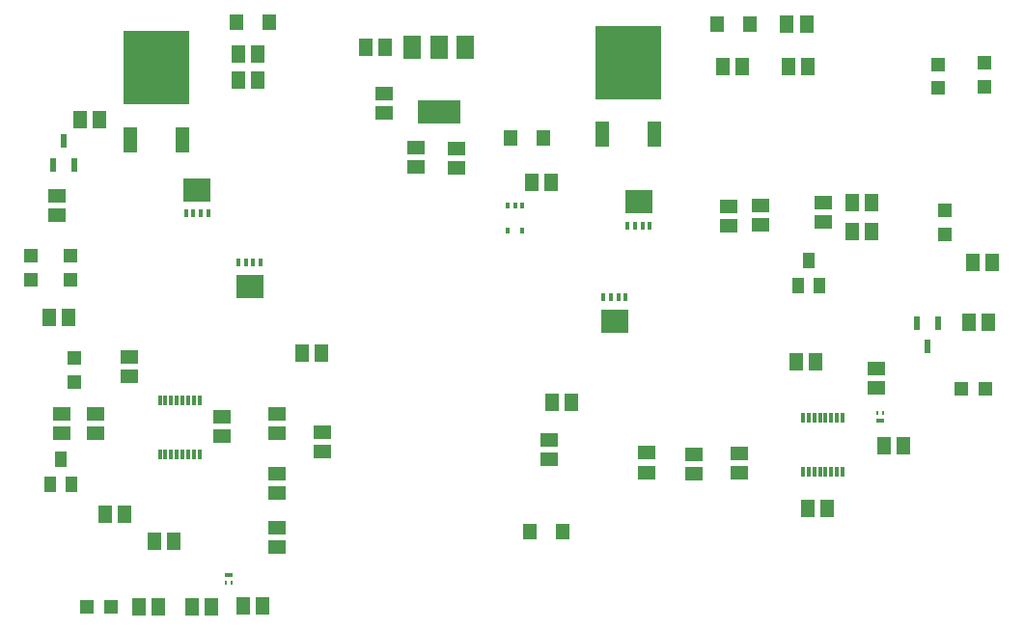
<source format=gtp>
G75*
%MOIN*%
%OFA0B0*%
%FSLAX25Y25*%
%IPPOS*%
%LPD*%
%AMOC8*
5,1,8,0,0,1.08239X$1,22.5*
%
%ADD10R,0.05118X0.05906*%
%ADD11R,0.05906X0.05118*%
%ADD12R,0.04724X0.04724*%
%ADD13R,0.01201X0.03500*%
%ADD14R,0.03937X0.05512*%
%ADD15R,0.02362X0.05118*%
%ADD16R,0.09331X0.08465*%
%ADD17R,0.01654X0.02756*%
%ADD18R,0.01181X0.02362*%
%ADD19R,0.05906X0.07874*%
%ADD20R,0.14961X0.07874*%
%ADD21R,0.05118X0.05512*%
%ADD22R,0.00984X0.01575*%
%ADD23R,0.02756X0.01575*%
%ADD24R,0.22835X0.25197*%
%ADD25R,0.04724X0.08661*%
D10*
X0265065Y0062780D03*
X0271758Y0062780D03*
X0281837Y0053291D03*
X0288530Y0053291D03*
X0283175Y0030850D03*
X0276482Y0030850D03*
X0294868Y0030850D03*
X0301561Y0030850D03*
X0312585Y0030890D03*
X0319278Y0030890D03*
X0419238Y0101362D03*
X0425931Y0101362D03*
X0503687Y0115535D03*
X0510380Y0115535D03*
X0563372Y0129079D03*
X0570065Y0129079D03*
X0571286Y0149669D03*
X0564593Y0149669D03*
X0529553Y0160220D03*
X0522860Y0160220D03*
X0522782Y0170220D03*
X0529475Y0170220D03*
X0419081Y0177346D03*
X0412388Y0177346D03*
X0478372Y0217386D03*
X0485065Y0217386D03*
X0501010Y0217386D03*
X0507703Y0217386D03*
X0507112Y0231953D03*
X0500419Y0231953D03*
X0361522Y0224197D03*
X0354829Y0224197D03*
X0317742Y0221717D03*
X0311049Y0221717D03*
X0311049Y0212661D03*
X0317742Y0212661D03*
X0262821Y0198882D03*
X0256128Y0198882D03*
X0252388Y0130575D03*
X0245695Y0130575D03*
X0333018Y0118449D03*
X0339711Y0118449D03*
X0507506Y0064748D03*
X0514199Y0064748D03*
X0533963Y0086402D03*
X0540656Y0086402D03*
D11*
X0531404Y0106323D03*
X0531404Y0113016D03*
X0484002Y0083685D03*
X0468215Y0083488D03*
X0468215Y0076795D03*
X0484002Y0076992D03*
X0451915Y0077189D03*
X0451915Y0083882D03*
X0418412Y0081638D03*
X0418412Y0088331D03*
X0340065Y0091126D03*
X0340065Y0084433D03*
X0324160Y0090575D03*
X0324160Y0097268D03*
X0305419Y0096520D03*
X0305419Y0089827D03*
X0324160Y0076874D03*
X0324160Y0070181D03*
X0324356Y0058094D03*
X0324356Y0051402D03*
X0261758Y0090772D03*
X0261758Y0097465D03*
X0249947Y0097465D03*
X0249947Y0090772D03*
X0273175Y0110299D03*
X0273175Y0116992D03*
X0248333Y0166126D03*
X0248333Y0172819D03*
X0361364Y0201244D03*
X0361364Y0207937D03*
X0372152Y0189472D03*
X0372152Y0182780D03*
X0386325Y0182504D03*
X0386325Y0189197D03*
X0480262Y0169118D03*
X0491286Y0169315D03*
X0491286Y0162622D03*
X0480262Y0162425D03*
X0512939Y0163803D03*
X0512939Y0170496D03*
D12*
X0554947Y0167780D03*
X0554947Y0159512D03*
X0552506Y0209906D03*
X0552506Y0218173D03*
X0568451Y0218764D03*
X0568451Y0210496D03*
X0568923Y0105969D03*
X0560656Y0105969D03*
X0266955Y0030693D03*
X0258687Y0030693D03*
X0254160Y0108528D03*
X0254160Y0116795D03*
X0252978Y0143764D03*
X0239396Y0143724D03*
X0239396Y0151992D03*
X0252978Y0152031D03*
D13*
X0283805Y0102189D03*
X0285774Y0102189D03*
X0287742Y0102189D03*
X0289711Y0102189D03*
X0291679Y0102189D03*
X0293648Y0102189D03*
X0295616Y0102189D03*
X0297585Y0102189D03*
X0297585Y0083370D03*
X0295616Y0083370D03*
X0293648Y0083370D03*
X0291679Y0083370D03*
X0289711Y0083370D03*
X0287742Y0083370D03*
X0285774Y0083370D03*
X0283805Y0083370D03*
X0505892Y0077268D03*
X0507860Y0077268D03*
X0509829Y0077268D03*
X0511797Y0077268D03*
X0513766Y0077268D03*
X0515734Y0077268D03*
X0517703Y0077268D03*
X0519671Y0077268D03*
X0519671Y0096087D03*
X0517703Y0096087D03*
X0515734Y0096087D03*
X0513766Y0096087D03*
X0511797Y0096087D03*
X0509829Y0096087D03*
X0507860Y0096087D03*
X0505892Y0096087D03*
D14*
X0245813Y0072898D03*
X0253293Y0072898D03*
X0249553Y0081559D03*
X0504160Y0141598D03*
X0511640Y0141598D03*
X0507900Y0150260D03*
D15*
X0545183Y0128843D03*
X0552663Y0128843D03*
X0548923Y0120575D03*
X0254278Y0183370D03*
X0246797Y0183370D03*
X0250538Y0191638D03*
D16*
X0296640Y0174846D03*
X0314789Y0141500D03*
X0440931Y0129492D03*
X0449199Y0170634D03*
D17*
X0450478Y0162465D03*
X0447919Y0162465D03*
X0445360Y0162465D03*
X0453038Y0162465D03*
X0444770Y0137661D03*
X0442211Y0137661D03*
X0439652Y0137661D03*
X0437093Y0137661D03*
X0318628Y0149669D03*
X0316069Y0149669D03*
X0313510Y0149669D03*
X0310951Y0149669D03*
X0300478Y0166677D03*
X0297919Y0166677D03*
X0295360Y0166677D03*
X0292801Y0166677D03*
D18*
X0403923Y0169453D03*
X0406482Y0169453D03*
X0409041Y0169453D03*
X0408923Y0160594D03*
X0403923Y0160594D03*
D19*
X0389199Y0224079D03*
X0380144Y0224079D03*
X0371089Y0224079D03*
D20*
X0380144Y0201677D03*
D21*
X0404868Y0192701D03*
X0416286Y0192701D03*
X0476207Y0232150D03*
X0487624Y0232150D03*
X0321679Y0232543D03*
X0310262Y0232543D03*
X0411561Y0056677D03*
X0422978Y0056677D03*
D22*
X0308471Y0038921D03*
X0306699Y0038921D03*
X0531738Y0097780D03*
X0533510Y0097780D03*
D23*
X0532624Y0095024D03*
X0307585Y0041677D03*
D24*
X0282506Y0216992D03*
X0445695Y0218764D03*
D25*
X0454671Y0193961D03*
X0436719Y0193961D03*
X0291482Y0192189D03*
X0273530Y0192189D03*
M02*

</source>
